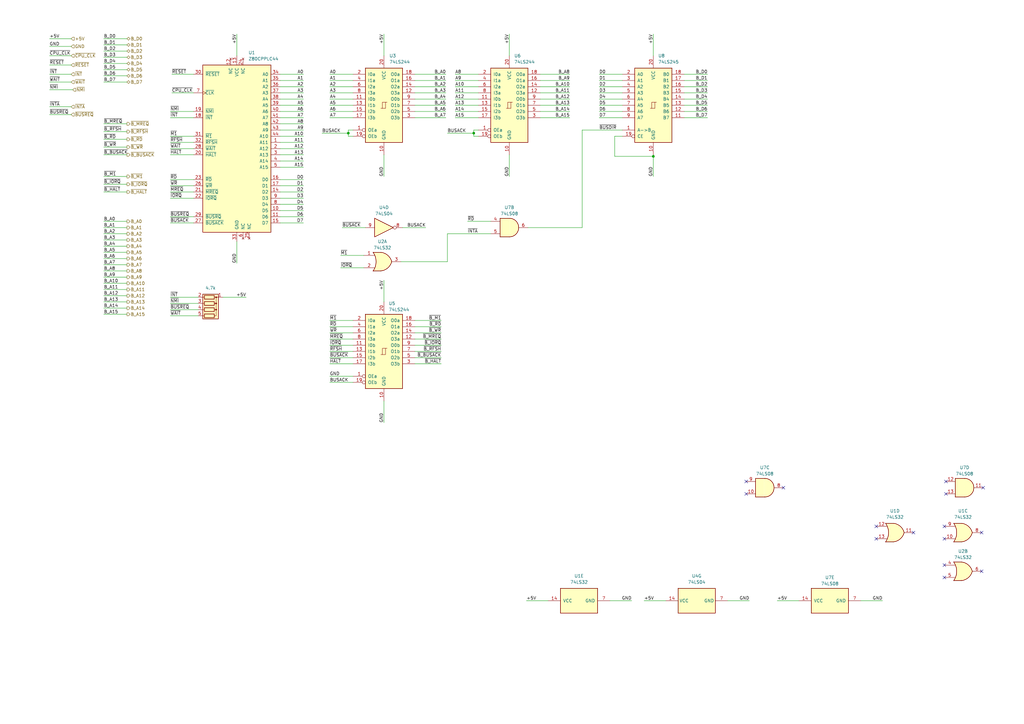
<source format=kicad_sch>
(kicad_sch (version 20230121) (generator eeschema)
  (paper "A3")
  (title_block (title "Even simpler Z80 board") (date "2023-10-28") (rev "1.4"))
  (lib_symbols
    (symbol "74xx:74LS04"
      (property "Reference" "U" (at 0 1.27 0))
      (property "Value" "74LS04" (at 0 -1.27 0))
      (symbol "74LS04_1_0"
        (polyline (pts (xy -3.81 3.81) (xy -3.81 -3.81) (xy 3.81 0) (xy -3.81 3.81)) (stroke (width 0.254)) (fill (type background)))
        (pin input line (at -7.62 0 0) (length 3.81) (name "~") (number "1"))
        (pin output inverted (at 7.62 0 180) (length 3.81) (name "~") (number "2"))
      )
      (symbol "74LS04_2_0"
        (polyline (pts (xy -3.81 3.81) (xy -3.81 -3.81) (xy 3.81 0) (xy -3.81 3.81)) (stroke (width 0.254)) (fill (type background)))
        (pin input line (at -7.62 0 0) (length 3.81) (name "~") (number "3"))
        (pin output inverted (at 7.62 0 180) (length 3.81) (name "~") (number "4"))
      )
      (symbol "74LS04_3_0"
        (polyline (pts (xy -3.81 3.81) (xy -3.81 -3.81) (xy 3.81 0) (xy -3.81 3.81)) (stroke (width 0.254)) (fill (type background)))
        (pin input line (at -7.62 0 0) (length 3.81) (name "~") (number "5"))
        (pin output inverted (at 7.62 0 180) (length 3.81) (name "~") (number "6"))
      )
      (symbol "74LS04_4_0"
        (polyline (pts (xy -3.81 3.81) (xy -3.81 -3.81) (xy 3.81 0) (xy -3.81 3.81)) (stroke (width 0.254)) (fill (type background)))
        (pin output inverted (at 7.62 0 180) (length 3.81) (name "~") (number "8"))
        (pin input line (at -7.62 0 0) (length 3.81) (name "~") (number "9"))
      )
      (symbol "74LS04_5_0"
        (polyline (pts (xy -3.81 3.81) (xy -3.81 -3.81) (xy 3.81 0) (xy -3.81 3.81)) (stroke (width 0.254)) (fill (type background)))
        (pin output inverted (at 7.62 0 180) (length 3.81) (name "~") (number "10"))
        (pin input line (at -7.62 0 0) (length 3.81) (name "~") (number "11"))
      )
      (symbol "74LS04_6_0"
        (polyline (pts (xy -3.81 3.81) (xy -3.81 -3.81) (xy 3.81 0) (xy -3.81 3.81)) (stroke (width 0.254)) (fill (type background)))
        (pin output inverted (at 7.62 0 180) (length 3.81) (name "~") (number "12"))
        (pin input line (at -7.62 0 0) (length 3.81) (name "~") (number "13"))
      )
      (symbol "74LS04_7_0"
        (pin power_in line (at 0 12.7 270) (length 5.08) (name "VCC") (number "14"))
        (pin power_in line (at 0 -12.7 90) (length 5.08) (name "GND") (number "7"))
      )
      (symbol "74LS04_7_1"
        (rectangle (start -5.08 7.62) (end 5.08 -7.62) (stroke (width 0.254)) (fill (type background)))
      )
    )
    (symbol "74xx:74LS08" (pin_names (offset 1.016))
      (property "Reference" "U" (at 0 1.27 0))
      (property "Value" "74LS08" (at 0 -1.27 0))
      (symbol "74LS08_1_1"
        (arc (start 0 -3.81) (mid 3.7934 0) (end 0 3.81) (stroke (width 0.254)) (fill (type background)))
        (polyline (pts (xy 0 3.81) (xy -3.81 3.81) (xy -3.81 -3.81) (xy 0 -3.81)) (stroke (width 0.254)) (fill (type background)))
        (pin input line (at -7.62 2.54 0) (length 3.81) (name "~") (number "1"))
        (pin input line (at -7.62 -2.54 0) (length 3.81) (name "~") (number "2"))
        (pin output line (at 7.62 0 180) (length 3.81) (name "~") (number "3"))
      )
      (symbol "74LS08_1_2"
        (arc (start -3.81 -3.81) (mid -2.589 0) (end -3.81 3.81) (stroke (width 0.254)))
        (arc (start -0.6096 -3.81) (mid 2.1842 -2.5851) (end 3.81 0) (stroke (width 0.254)) (fill (type background)))
        (polyline (pts (xy -3.81 -3.81) (xy -0.635 -3.81)) (stroke (width 0.254)) (fill (type background)))
        (polyline (pts (xy -3.81 3.81) (xy -0.635 3.81)) (stroke (width 0.254)) (fill (type background)))
        (polyline (pts (xy -0.635 3.81) (xy -3.81 3.81) (xy -3.81 3.81) (xy -3.556 3.4036) (xy -3.0226 2.2606) (xy -2.6924 1.0414) (xy -2.6162 -0.254) (xy -2.7686 -1.4986) (xy -3.175 -2.7178) (xy -3.81 -3.81) (xy -3.81 -3.81) (xy -0.635 -3.81)) (stroke (width -25.4)) (fill (type background)))
        (arc (start 3.81 0) (mid 2.1915 2.5936) (end -0.6096 3.81) (stroke (width 0.254)) (fill (type background)))
        (pin input inverted (at -7.62 2.54 0) (length 4.318) (name "~") (number "1"))
        (pin input inverted (at -7.62 -2.54 0) (length 4.318) (name "~") (number "2"))
        (pin output inverted (at 7.62 0 180) (length 3.81) (name "~") (number "3"))
      )
      (symbol "74LS08_2_1"
        (arc (start 0 -3.81) (mid 3.7934 0) (end 0 3.81) (stroke (width 0.254)) (fill (type background)))
        (polyline (pts (xy 0 3.81) (xy -3.81 3.81) (xy -3.81 -3.81) (xy 0 -3.81)) (stroke (width 0.254)) (fill (type background)))
        (pin input line (at -7.62 2.54 0) (length 3.81) (name "~") (number "4"))
        (pin input line (at -7.62 -2.54 0) (length 3.81) (name "~") (number "5"))
        (pin output line (at 7.62 0 180) (length 3.81) (name "~") (number "6"))
      )
      (symbol "74LS08_2_2"
        (arc (start -3.81 -3.81) (mid -2.589 0) (end -3.81 3.81) (stroke (width 0.254)))
        (arc (start -0.6096 -3.81) (mid 2.1842 -2.5851) (end 3.81 0) (stroke (width 0.254)) (fill (type background)))
        (polyline (pts (xy -3.81 -3.81) (xy -0.635 -3.81)) (stroke (width 0.254)) (fill (type background)))
        (polyline (pts (xy -3.81 3.81) (xy -0.635 3.81)) (stroke (width 0.254)) (fill (type background)))
        (polyline (pts (xy -0.635 3.81) (xy -3.81 3.81) (xy -3.81 3.81) (xy -3.556 3.4036) (xy -3.0226 2.2606) (xy -2.6924 1.0414) (xy -2.6162 -0.254) (xy -2.7686 -1.4986) (xy -3.175 -2.7178) (xy -3.81 -3.81) (xy -3.81 -3.81) (xy -0.635 -3.81)) (stroke (width -25.4)) (fill (type background)))
        (arc (start 3.81 0) (mid 2.1915 2.5936) (end -0.6096 3.81) (stroke (width 0.254)) (fill (type background)))
        (pin input inverted (at -7.62 2.54 0) (length 4.318) (name "~") (number "4"))
        (pin input inverted (at -7.62 -2.54 0) (length 4.318) (name "~") (number "5"))
        (pin output inverted (at 7.62 0 180) (length 3.81) (name "~") (number "6"))
      )
      (symbol "74LS08_3_1"
        (arc (start 0 -3.81) (mid 3.7934 0) (end 0 3.81) (stroke (width 0.254)) (fill (type background)))
        (polyline (pts (xy 0 3.81) (xy -3.81 3.81) (xy -3.81 -3.81) (xy 0 -3.81)) (stroke (width 0.254)) (fill (type background)))
        (pin input line (at -7.62 -2.54 0) (length 3.81) (name "~") (number "10"))
        (pin output line (at 7.62 0 180) (length 3.81) (name "~") (number "8"))
        (pin input line (at -7.62 2.54 0) (length 3.81) (name "~") (number "9"))
      )
      (symbol "74LS08_3_2"
        (arc (start -3.81 -3.81) (mid -2.589 0) (end -3.81 3.81) (stroke (width 0.254)))
        (arc (start -0.6096 -3.81) (mid 2.1842 -2.5851) (end 3.81 0) (stroke (width 0.254)) (fill (type background)))
        (polyline (pts (xy -3.81 -3.81) (xy -0.635 -3.81)) (stroke (width 0.254)) (fill (type background)))
        (polyline (pts (xy -3.81 3.81) (xy -0.635 3.81)) (stroke (width 0.254)) (fill (type background)))
        (polyline (pts (xy -0.635 3.81) (xy -3.81 3.81) (xy -3.81 3.81) (xy -3.556 3.4036) (xy -3.0226 2.2606) (xy -2.6924 1.0414) (xy -2.6162 -0.254) (xy -2.7686 -1.4986) (xy -3.175 -2.7178) (xy -3.81 -3.81) (xy -3.81 -3.81) (xy -0.635 -3.81)) (stroke (width -25.4)) (fill (type background)))
        (arc (start 3.81 0) (mid 2.1915 2.5936) (end -0.6096 3.81) (stroke (width 0.254)) (fill (type background)))
        (pin input inverted (at -7.62 -2.54 0) (length 4.318) (name "~") (number "10"))
        (pin output inverted (at 7.62 0 180) (length 3.81) (name "~") (number "8"))
        (pin input inverted (at -7.62 2.54 0) (length 4.318) (name "~") (number "9"))
      )
      (symbol "74LS08_4_1"
        (arc (start 0 -3.81) (mid 3.7934 0) (end 0 3.81) (stroke (width 0.254)) (fill (type background)))
        (polyline (pts (xy 0 3.81) (xy -3.81 3.81) (xy -3.81 -3.81) (xy 0 -3.81)) (stroke (width 0.254)) (fill (type background)))
        (pin output line (at 7.62 0 180) (length 3.81) (name "~") (number "11"))
        (pin input line (at -7.62 2.54 0) (length 3.81) (name "~") (number "12"))
        (pin input line (at -7.62 -2.54 0) (length 3.81) (name "~") (number "13"))
      )
      (symbol "74LS08_4_2"
        (arc (start -3.81 -3.81) (mid -2.589 0) (end -3.81 3.81) (stroke (width 0.254)))
        (arc (start -0.6096 -3.81) (mid 2.1842 -2.5851) (end 3.81 0) (stroke (width 0.254)) (fill (type background)))
        (polyline (pts (xy -3.81 -3.81) (xy -0.635 -3.81)) (stroke (width 0.254)) (fill (type background)))
        (polyline (pts (xy -3.81 3.81) (xy -0.635 3.81)) (stroke (width 0.254)) (fill (type background)))
        (polyline (pts (xy -0.635 3.81) (xy -3.81 3.81) (xy -3.81 3.81) (xy -3.556 3.4036) (xy -3.0226 2.2606) (xy -2.6924 1.0414) (xy -2.6162 -0.254) (xy -2.7686 -1.4986) (xy -3.175 -2.7178) (xy -3.81 -3.81) (xy -3.81 -3.81) (xy -0.635 -3.81)) (stroke (width -25.4)) (fill (type background)))
        (arc (start 3.81 0) (mid 2.1915 2.5936) (end -0.6096 3.81) (stroke (width 0.254)) (fill (type background)))
        (pin output inverted (at 7.62 0 180) (length 3.81) (name "~") (number "11"))
        (pin input inverted (at -7.62 2.54 0) (length 4.318) (name "~") (number "12"))
        (pin input inverted (at -7.62 -2.54 0) (length 4.318) (name "~") (number "13"))
      )
      (symbol "74LS08_5_0"
        (pin power_in line (at 0 12.7 270) (length 5.08) (name "VCC") (number "14"))
        (pin power_in line (at 0 -12.7 90) (length 5.08) (name "GND") (number "7"))
      )
      (symbol "74LS08_5_1"
        (rectangle (start -5.08 7.62) (end 5.08 -7.62) (stroke (width 0.254)) (fill (type background)))
      )
    )
    (symbol "74xx:74LS244" (pin_names (offset 1.016))
      (property "Reference" "U" (at -7.62 16.51 0))
      (property "Value" "74LS244" (at -7.62 -16.51 0))
      (symbol "74LS244_1_0"
        (polyline (pts (xy -0.635 -1.27) (xy -0.635 1.27) (xy 0.635 1.27)))
        (polyline (pts (xy -1.27 -1.27) (xy 0.635 -1.27) (xy 0.635 1.27) (xy 1.27 1.27)))
        (pin input inverted (at -12.7 -10.16 0) (length 5.08) (name "OEa") (number "1"))
        (pin power_in line (at 0 -20.32 90) (length 5.08) (name "GND") (number "10"))
        (pin input line (at -12.7 2.54 0) (length 5.08) (name "I0b") (number "11"))
        (pin tri_state line (at 12.7 5.08 180) (length 5.08) (name "O3a") (number "12"))
        (pin input line (at -12.7 0 0) (length 5.08) (name "I1b") (number "13"))
        (pin tri_state line (at 12.7 7.62 180) (length 5.08) (name "O2a") (number "14"))
        (pin input line (at -12.7 -2.54 0) (length 5.08) (name "I2b") (number "15"))
        (pin tri_state line (at 12.7 10.16 180) (length 5.08) (name "O1a") (number "16"))
        (pin input line (at -12.7 -5.08 0) (length 5.08) (name "I3b") (number "17"))
        (pin tri_state line (at 12.7 12.7 180) (length 5.08) (name "O0a") (number "18"))
        (pin input inverted (at -12.7 -12.7 0) (length 5.08) (name "OEb") (number "19"))
        (pin input line (at -12.7 12.7 0) (length 5.08) (name "I0a") (number "2"))
        (pin power_in line (at 0 20.32 270) (length 5.08) (name "VCC") (number "20"))
        (pin tri_state line (at 12.7 -5.08 180) (length 5.08) (name "O3b") (number "3"))
        (pin input line (at -12.7 10.16 0) (length 5.08) (name "I1a") (number "4"))
        (pin tri_state line (at 12.7 -2.54 180) (length 5.08) (name "O2b") (number "5"))
        (pin input line (at -12.7 7.62 0) (length 5.08) (name "I2a") (number "6"))
        (pin tri_state line (at 12.7 0 180) (length 5.08) (name "O1b") (number "7"))
        (pin input line (at -12.7 5.08 0) (length 5.08) (name "I3a") (number "8"))
        (pin tri_state line (at 12.7 2.54 180) (length 5.08) (name "O0b") (number "9"))
      )
      (symbol "74LS244_1_1"
        (rectangle (start -7.62 15.24) (end 7.62 -15.24) (stroke (width 0.254)) (fill (type background)))
      )
    )
    (symbol "74xx:74LS245" (pin_names (offset 1.016))
      (property "Reference" "U" (at -7.62 16.51 0))
      (property "Value" "74LS245" (at -7.62 -16.51 0))
      (symbol "74LS245_1_0"
        (polyline (pts (xy -0.635 -1.27) (xy -0.635 1.27) (xy 0.635 1.27)))
        (polyline (pts (xy -1.27 -1.27) (xy 0.635 -1.27) (xy 0.635 1.27) (xy 1.27 1.27)))
        (pin input line (at -12.7 -10.16 0) (length 5.08) (name "A->B") (number "1"))
        (pin power_in line (at 0 -20.32 90) (length 5.08) (name "GND") (number "10"))
        (pin tri_state line (at 12.7 -5.08 180) (length 5.08) (name "B7") (number "11"))
        (pin tri_state line (at 12.7 -2.54 180) (length 5.08) (name "B6") (number "12"))
        (pin tri_state line (at 12.7 0 180) (length 5.08) (name "B5") (number "13"))
        (pin tri_state line (at 12.7 2.54 180) (length 5.08) (name "B4") (number "14"))
        (pin tri_state line (at 12.7 5.08 180) (length 5.08) (name "B3") (number "15"))
        (pin tri_state line (at 12.7 7.62 180) (length 5.08) (name "B2") (number "16"))
        (pin tri_state line (at 12.7 10.16 180) (length 5.08) (name "B1") (number "17"))
        (pin tri_state line (at 12.7 12.7 180) (length 5.08) (name "B0") (number "18"))
        (pin input inverted (at -12.7 -12.7 0) (length 5.08) (name "CE") (number "19"))
        (pin tri_state line (at -12.7 12.7 0) (length 5.08) (name "A0") (number "2"))
        (pin power_in line (at 0 20.32 270) (length 5.08) (name "VCC") (number "20"))
        (pin tri_state line (at -12.7 10.16 0) (length 5.08) (name "A1") (number "3"))
        (pin tri_state line (at -12.7 7.62 0) (length 5.08) (name "A2") (number "4"))
        (pin tri_state line (at -12.7 5.08 0) (length 5.08) (name "A3") (number "5"))
        (pin tri_state line (at -12.7 2.54 0) (length 5.08) (name "A4") (number "6"))
        (pin tri_state line (at -12.7 0 0) (length 5.08) (name "A5") (number "7"))
        (pin tri_state line (at -12.7 -2.54 0) (length 5.08) (name "A6") (number "8"))
        (pin tri_state line (at -12.7 -5.08 0) (length 5.08) (name "A7") (number "9"))
      )
      (symbol "74LS245_1_1"
        (rectangle (start -7.62 15.24) (end 7.62 -15.24) (stroke (width 0.254)) (fill (type background)))
      )
    )
    (symbol "74xx:74LS32" (pin_names (offset 1.016))
      (property "Reference" "U" (at 0 1.27 0))
      (property "Value" "74LS32" (at 0 -1.27 0))
      (symbol "74LS32_1_1"
        (arc (start -3.81 -3.81) (mid -2.589 0) (end -3.81 3.81) (stroke (width 0.254)))
        (arc (start -0.6096 -3.81) (mid 2.1842 -2.5851) (end 3.81 0) (stroke (width 0.254)) (fill (type background)))
        (polyline (pts (xy -3.81 -3.81) (xy -0.635 -3.81)) (stroke (width 0.254)) (fill (type background)))
        (polyline (pts (xy -3.81 3.81) (xy -0.635 3.81)) (stroke (width 0.254)) (fill (type background)))
        (polyline (pts (xy -0.635 3.81) (xy -3.81 3.81) (xy -3.81 3.81) (xy -3.556 3.4036) (xy -3.0226 2.2606) (xy -2.6924 1.0414) (xy -2.6162 -0.254) (xy -2.7686 -1.4986) (xy -3.175 -2.7178) (xy -3.81 -3.81) (xy -3.81 -3.81) (xy -0.635 -3.81)) (stroke (width -25.4)) (fill (type background)))
        (arc (start 3.81 0) (mid 2.1915 2.5936) (end -0.6096 3.81) (stroke (width 0.254)) (fill (type background)))
        (pin input line (at -7.62 2.54 0) (length 4.318) (name "~") (number "1"))
        (pin input line (at -7.62 -2.54 0) (length 4.318) (name "~") (number "2"))
        (pin output line (at 7.62 0 180) (length 3.81) (name "~") (number "3"))
      )
      (symbol "74LS32_1_2"
        (arc (start 0 -3.81) (mid 3.7934 0) (end 0 3.81) (stroke (width 0.254)) (fill (type background)))
        (polyline (pts (xy 0 3.81) (xy -3.81 3.81) (xy -3.81 -3.81) (xy 0 -3.81)) (stroke (width 0.254)) (fill (type background)))
        (pin input inverted (at -7.62 2.54 0) (length 3.81) (name "~") (number "1"))
        (pin input inverted (at -7.62 -2.54 0) (length 3.81) (name "~") (number "2"))
        (pin output inverted (at 7.62 0 180) (length 3.81) (name "~") (number "3"))
      )
      (symbol "74LS32_2_1"
        (arc (start -3.81 -3.81) (mid -2.589 0) (end -3.81 3.81) (stroke (width 0.254)))
        (arc (start -0.6096 -3.81) (mid 2.1842 -2.5851) (end 3.81 0) (stroke (width 0.254)) (fill (type background)))
        (polyline (pts (xy -3.81 -3.81) (xy -0.635 -3.81)) (stroke (width 0.254)) (fill (type background)))
        (polyline (pts (xy -3.81 3.81) (xy -0.635 3.81)) (stroke (width 0.254)) (fill (type background)))
        (polyline (pts (xy -0.635 3.81) (xy -3.81 3.81) (xy -3.81 3.81) (xy -3.556 3.4036) (xy -3.0226 2.2606) (xy -2.6924 1.0414) (xy -2.6162 -0.254) (xy -2.7686 -1.4986) (xy -3.175 -2.7178) (xy -3.81 -3.81) (xy -3.81 -3.81) (xy -0.635 -3.81)) (stroke (width -25.4)) (fill (type background)))
        (arc (start 3.81 0) (mid 2.1915 2.5936) (end -0.6096 3.81) (stroke (width 0.254)) (fill (type background)))
        (pin input line (at -7.62 2.54 0) (length 4.318) (name "~") (number "4"))
        (pin input line (at -7.62 -2.54 0) (length 4.318) (name "~") (number "5"))
        (pin output line (at 7.62 0 180) (length 3.81) (name "~") (number "6"))
      )
      (symbol "74LS32_2_2"
        (arc (start 0 -3.81) (mid 3.7934 0) (end 0 3.81) (stroke (width 0.254)) (fill (type background)))
        (polyline (pts (xy 0 3.81) (xy -3.81 3.81) (xy -3.81 -3.81) (xy 0 -3.81)) (stroke (width 0.254)) (fill (type background)))
        (pin input inverted (at -7.62 2.54 0) (length 3.81) (name "~") (number "4"))
        (pin input inverted (at -7.62 -2.54 0) (length 3.81) (name "~") (number "5"))
        (pin output inverted (at 7.62 0 180) (length 3.81) (name "~") (number "6"))
      )
      (symbol "74LS32_3_1"
        (arc (start -3.81 -3.81) (mid -2.589 0) (end -3.81 3.81) (stroke (width 0.254)))
        (arc (start -0.6096 -3.81) (mid 2.1842 -2.5851) (end 3.81 0) (stroke (width 0.254)) (fill (type background)))
        (polyline (pts (xy -3.81 -3.81) (xy -0.635 -3.81)) (stroke (width 0.254)) (fill (type background)))
        (polyline (pts (xy -3.81 3.81) (xy -0.635 3.81)) (stroke (width 0.254)) (fill (type background)))
        (polyline (pts (xy -0.635 3.81) (xy -3.81 3.81) (xy -3.81 3.81) (xy -3.556 3.4036) (xy -3.0226 2.2606) (xy -2.6924 1.0414) (xy -2.6162 -0.254) (xy -2.7686 -1.4986) (xy -3.175 -2.7178) (xy -3.81 -3.81) (xy -3.81 -3.81) (xy -0.635 -3.81)) (stroke (width -25.4)) (fill (type background)))
        (arc (start 3.81 0) (mid 2.1915 2.5936) (end -0.6096 3.81) (stroke (width 0.254)) (fill (type background)))
        (pin input line (at -7.62 -2.54 0) (length 4.318) (name "~") (number "10"))
        (pin output line (at 7.62 0 180) (length 3.81) (name "~") (number "8"))
        (pin input line (at -7.62 2.54 0) (length 4.318) (name "~") (number "9"))
      )
      (symbol "74LS32_3_2"
        (arc (start 0 -3.81) (mid 3.7934 0) (end 0 3.81) (stroke (width 0.254)) (fill (type background)))
        (polyline (pts (xy 0 3.81) (xy -3.81 3.81) (xy -3.81 -3.81) (xy 0 -3.81)) (stroke (width 0.254)) (fill (type background)))
        (pin input inverted (at -7.62 -2.54 0) (length 3.81) (name "~") (number "10"))
        (pin output inverted (at 7.62 0 180) (length 3.81) (name "~") (number "8"))
        (pin input inverted (at -7.62 2.54 0) (length 3.81) (name "~") (number "9"))
      )
      (symbol "74LS32_4_1"
        (arc (start -3.81 -3.81) (mid -2.589 0) (end -3.81 3.81) (stroke (width 0.254)))
        (arc (start -0.6096 -3.81) (mid 2.1842 -2.5851) (end 3.81 0) (stroke (width 0.254)) (fill (type background)))
        (polyline (pts (xy -3.81 -3.81) (xy -0.635 -3.81)) (stroke (width 0.254)) (fill (type background)))
        (polyline (pts (xy -3.81 3.81) (xy -0.635 3.81)) (stroke (width 0.254)) (fill (type background)))
        (polyline (pts (xy -0.635 3.81) (xy -3.81 3.81) (xy -3.81 3.81) (xy -3.556 3.4036) (xy -3.0226 2.2606) (xy -2.6924 1.0414) (xy -2.6162 -0.254) (xy -2.7686 -1.4986) (xy -3.175 -2.7178) (xy -3.81 -3.81) (xy -3.81 -3.81) (xy -0.635 -3.81)) (stroke (width -25.4)) (fill (type background)))
        (arc (start 3.81 0) (mid 2.1915 2.5936) (end -0.6096 3.81) (stroke (width 0.254)) (fill (type background)))
        (pin output line (at 7.62 0 180) (length 3.81) (name "~") (number "11"))
        (pin input line (at -7.62 2.54 0) (length 4.318) (name "~") (number "12"))
        (pin input line (at -7.62 -2.54 0) (length 4.318) (name "~") (number "13"))
      )
      (symbol "74LS32_4_2"
        (arc (start 0 -3.81) (mid 3.7934 0) (end 0 3.81) (stroke (width 0.254)) (fill (type background)))
        (polyline (pts (xy 0 3.81) (xy -3.81 3.81) (xy -3.81 -3.81) (xy 0 -3.81)) (stroke (width 0.254)) (fill (type background)))
        (pin output inverted (at 7.62 0 180) (length 3.81) (name "~") (number "11"))
        (pin input inverted (at -7.62 2.54 0) (length 3.81) (name "~") (number "12"))
        (pin input inverted (at -7.62 -2.54 0) (length 3.81) (name "~") (number "13"))
      )
      (symbol "74LS32_5_0"
        (pin power_in line (at 0 12.7 270) (length 5.08) (name "VCC") (number "14"))
        (pin power_in line (at 0 -12.7 90) (length 5.08) (name "GND") (number "7"))
      )
      (symbol "74LS32_5_1"
        (rectangle (start -5.08 7.62) (end 5.08 -7.62) (stroke (width 0.254)) (fill (type background)))
      )
    )
    (symbol "Device:R_Network04" (pin_names (offset 0) hide)
      (property "Reference" "RN" (at -7.62 0 90))
      (property "Value" "R_Network04" (at 5.08 0 90))
      (symbol "R_Network04_0_1"
        (rectangle (start -6.35 -3.175) (end 3.81 3.175) (stroke (width 0.254)) (fill (type background)))
        (rectangle (start -5.842 1.524) (end -4.318 -2.54) (stroke (width 0.254)))
        (circle (center -5.08 2.286) (radius 0.254) (fill (type outline)))
        (rectangle (start -3.302 1.524) (end -1.778 -2.54) (stroke (width 0.254)))
        (circle (center -2.54 2.286) (radius 0.254) (fill (type outline)))
        (rectangle (start -0.762 1.524) (end 0.762 -2.54) (stroke (width 0.254)))
        (polyline (pts (xy -5.08 -2.54) (xy -5.08 -3.81)))
        (polyline (pts (xy -2.54 -2.54) (xy -2.54 -3.81)))
        (polyline (pts (xy 0 -2.54) (xy 0 -3.81)))
        (polyline (pts (xy 2.54 -2.54) (xy 2.54 -3.81)))
        (polyline (pts (xy -5.08 1.524) (xy -5.08 2.286) (xy -2.54 2.286) (xy -2.54 1.524)))
        (polyline (pts (xy -2.54 1.524) (xy -2.54 2.286) (xy 0 2.286) (xy 0 1.524)))
        (polyline (pts (xy 0 1.524) (xy 0 2.286) (xy 2.54 2.286) (xy 2.54 1.524)))
        (circle (center 0 2.286) (radius 0.254) (fill (type outline)))
        (rectangle (start 1.778 1.524) (end 3.302 -2.54) (stroke (width 0.254)))
      )
      (symbol "R_Network04_1_1"
        (pin passive line (at -5.08 5.08 270) (length 2.54) (name "common") (number "1"))
        (pin passive line (at -5.08 -5.08 90) (length 1.27) (name "R1") (number "2"))
        (pin passive line (at -2.54 -5.08 90) (length 1.27) (name "R2") (number "3"))
        (pin passive line (at 0 -5.08 90) (length 1.27) (name "R3") (number "4"))
        (pin passive line (at 2.54 -5.08 90) (length 1.27) (name "R4") (number "5"))
      )
    )
    (symbol "ownlib:Z80CPU_PLC44" (pin_names (offset 1.016))
      (property "Reference" "U" (at -13.97 35.56 0))
      (property "Value" "Z80CPU_PLC44" (at 6.35 35.56 0))
      (symbol "Z80CPU_PLC44_0_0"
        (pin no_connect line (at -2.54 36.83 270) (length 2.54) (name "NC") (number "12"))
        (pin no_connect line (at 2.54 36.83 270) (length 2.54) (name "NC") (number "24"))
        (pin no_connect line (at 5.08 -36.83 90) (length 2.54) (name "NC") (number "25"))
        (pin no_connect line (at 2.54 -36.83 90) (length 2.54) (name "NC") (number "6"))
      )
      (symbol "Z80CPU_PLC44_0_1"
        (rectangle (start -13.97 34.29) (end 13.97 -34.29) (stroke (width 0.254)) (fill (type background)))
      )
      (symbol "Z80CPU_PLC44_1_1"
        (pin output line (at 17.78 2.54 180) (length 3.81) (name "A11") (number "1"))
        (pin bidirectional line (at 17.78 -25.4 180) (length 3.81) (name "D5") (number "10"))
        (pin bidirectional line (at 17.78 -27.94 180) (length 3.81) (name "D6") (number "11"))
        (pin power_in line (at 0 38.1 270) (length 3.81) (name "VCC") (number "13"))
        (pin bidirectional line (at 17.78 -17.78 180) (length 3.81) (name "D2") (number "14"))
        (pin bidirectional line (at 17.78 -30.48 180) (length 3.81) (name "D7") (number "15"))
        (pin bidirectional line (at 17.78 -12.7 180) (length 3.81) (name "D0") (number "16"))
        (pin bidirectional line (at 17.78 -15.24 180) (length 3.81) (name "D1") (number "17"))
        (pin input line (at -17.78 12.7 0) (length 3.81) (name "~{INT}") (number "18"))
        (pin input line (at -17.78 15.24 0) (length 3.81) (name "~{NMI}") (number "19"))
        (pin output line (at 17.78 0 180) (length 3.81) (name "A12") (number "2"))
        (pin output line (at -17.78 -2.54 0) (length 3.81) (name "~{HALT}") (number "20"))
        (pin output line (at -17.78 -17.78 0) (length 3.81) (name "~{MREQ}") (number "21"))
        (pin output line (at -17.78 -20.32 0) (length 3.81) (name "~{IORQ}") (number "22"))
        (pin output line (at -17.78 -12.7 0) (length 3.81) (name "~{RD}") (number "23"))
        (pin output line (at -17.78 -15.24 0) (length 3.81) (name "~{WR}") (number "26"))
        (pin output line (at -17.78 -30.48 0) (length 3.81) (name "~{BUSACK}") (number "27"))
        (pin input line (at -17.78 0 0) (length 3.81) (name "~{WAIT}") (number "28"))
        (pin input line (at -17.78 -27.94 0) (length 3.81) (name "~{BUSRQ}") (number "29"))
        (pin output line (at 17.78 -2.54 180) (length 3.81) (name "A13") (number "3"))
        (pin input line (at -17.78 30.48 0) (length 3.81) (name "~{RESET}") (number "30"))
        (pin output line (at -17.78 5.08 0) (length 3.81) (name "~{M1}") (number "31"))
        (pin output line (at -17.78 2.54 0) (length 3.81) (name "~{RFSH}") (number "32"))
        (pin power_in line (at 0 -38.1 90) (length 3.81) (name "GND") (number "33"))
        (pin output line (at 17.78 30.48 180) (length 3.81) (name "A0") (number "34"))
        (pin output line (at 17.78 27.94 180) (length 3.81) (name "A1") (number "35"))
        (pin output line (at 17.78 25.4 180) (length 3.81) (name "A2") (number "36"))
        (pin output line (at 17.78 22.86 180) (length 3.81) (name "A3") (number "37"))
        (pin output line (at 17.78 20.32 180) (length 3.81) (name "A4") (number "38"))
        (pin output line (at 17.78 17.78 180) (length 3.81) (name "A5") (number "39"))
        (pin output line (at 17.78 -5.08 180) (length 3.81) (name "A14") (number "4"))
        (pin output line (at 17.78 15.24 180) (length 3.81) (name "A6") (number "40"))
        (pin output line (at 17.78 12.7 180) (length 3.81) (name "A7") (number "41"))
        (pin output line (at 17.78 10.16 180) (length 3.81) (name "A8") (number "42"))
        (pin output line (at 17.78 7.62 180) (length 3.81) (name "A9") (number "43"))
        (pin output line (at 17.78 5.08 180) (length 3.81) (name "A10") (number "44"))
        (pin output line (at 17.78 -7.62 180) (length 3.81) (name "A15") (number "5"))
        (pin input clock (at -17.78 22.86 0) (length 3.81) (name "~{CLK}") (number "7"))
        (pin bidirectional line (at 17.78 -22.86 180) (length 3.81) (name "D4") (number "8"))
        (pin bidirectional line (at 17.78 -20.32 180) (length 3.81) (name "D3") (number "9"))
      )
    )
  )
  (junction (at 267.97 64.135))
  (junction (at 194.31 54.61))
  (junction (at 142.875 54.61))
  (no_connect (at 387.35 236.855))
  (no_connect (at 359.41 215.9))
  (no_connect (at 402.59 218.44))
  (no_connect (at 359.41 220.98))
  (no_connect (at 387.35 231.775))
  (no_connect (at 374.65 218.44))
  (no_connect (at 321.31 200.025))
  (no_connect (at 387.35 220.98))
  (no_connect (at 387.985 197.485))
  (no_connect (at 306.07 197.485))
  (no_connect (at 402.59 234.315))
  (no_connect (at 387.35 215.9))
  (no_connect (at 403.225 200.025))
  (no_connect (at 306.07 202.565))
  (no_connect (at 387.985 202.565))
  (wire (pts (xy 135.255 133.985) (xy 144.78 133.985)))
  (wire (pts (xy 259.08 246.38) (xy 250.19 246.38)))
  (wire (pts (xy 157.48 13.97) (xy 157.48 22.86)))
  (wire (pts (xy 52.07 15.875) (xy 42.545 15.875)))
  (wire (pts (xy 144.78 55.88) (xy 142.875 55.88)))
  (wire (pts (xy 52.07 20.955) (xy 42.545 20.955)))
  (wire (pts (xy 144.78 33.02) (xy 135.255 33.02)))
  (wire (pts (xy 114.935 40.64) (xy 124.46 40.64)))
  (wire (pts (xy 238.76 53.34) (xy 255.27 53.34)))
  (wire (pts (xy 114.935 68.58) (xy 124.46 68.58)))
  (wire (pts (xy 142.875 53.34) (xy 142.875 54.61)))
  (wire (pts (xy 52.07 98.425) (xy 42.545 98.425)))
  (wire (pts (xy 69.85 55.88) (xy 79.375 55.88)))
  (wire (pts (xy 29.21 46.99) (xy 20.32 46.99)))
  (wire (pts (xy 164.465 107.315) (xy 183.515 107.315)))
  (wire (pts (xy 280.67 43.18) (xy 290.195 43.18)))
  (wire (pts (xy 183.515 107.315) (xy 183.515 95.885)))
  (wire (pts (xy 196.215 33.02) (xy 186.69 33.02)))
  (wire (pts (xy 100.965 121.92) (xy 91.44 121.92)))
  (wire (pts (xy 180.975 149.225) (xy 170.18 149.225)))
  (wire (pts (xy 114.935 88.9) (xy 124.46 88.9)))
  (wire (pts (xy 135.255 139.065) (xy 144.78 139.065)))
  (wire (pts (xy 255.27 33.02) (xy 245.745 33.02)))
  (wire (pts (xy 52.07 18.415) (xy 42.545 18.415)))
  (wire (pts (xy 97.155 107.95) (xy 97.155 99.06)))
  (wire (pts (xy 255.27 35.56) (xy 245.745 35.56)))
  (wire (pts (xy 114.935 33.02) (xy 124.46 33.02)))
  (wire (pts (xy 52.07 106.045) (xy 42.545 106.045)))
  (wire (pts (xy 144.78 30.48) (xy 135.255 30.48)))
  (wire (pts (xy 42.545 78.74) (xy 52.07 78.74)))
  (wire (pts (xy 20.32 36.83) (xy 29.845 36.83)))
  (wire (pts (xy 42.545 63.5) (xy 52.07 63.5)))
  (wire (pts (xy 216.535 93.345) (xy 238.76 93.345)))
  (wire (pts (xy 114.935 43.18) (xy 124.46 43.18)))
  (wire (pts (xy 69.85 91.44) (xy 79.375 91.44)))
  (wire (pts (xy 180.975 146.685) (xy 170.18 146.685)))
  (wire (pts (xy 52.07 108.585) (xy 42.545 108.585)))
  (wire (pts (xy 114.935 53.34) (xy 124.46 53.34)))
  (wire (pts (xy 139.7 104.775) (xy 149.225 104.775)))
  (wire (pts (xy 183.515 54.61) (xy 194.31 54.61)))
  (wire (pts (xy 114.935 86.36) (xy 124.46 86.36)))
  (wire (pts (xy 233.68 43.18) (xy 221.615 43.18)))
  (wire (pts (xy 233.68 45.72) (xy 221.615 45.72)))
  (wire (pts (xy 255.27 48.26) (xy 245.745 48.26)))
  (wire (pts (xy 114.935 48.26) (xy 124.46 48.26)))
  (wire (pts (xy 196.215 55.88) (xy 194.31 55.88)))
  (wire (pts (xy 252.095 55.88) (xy 255.27 55.88)))
  (wire (pts (xy 182.88 33.02) (xy 170.18 33.02)))
  (wire (pts (xy 52.07 31.115) (xy 42.545 31.115)))
  (wire (pts (xy 114.935 38.1) (xy 124.46 38.1)))
  (wire (pts (xy 114.935 63.5) (xy 124.46 63.5)))
  (wire (pts (xy 52.07 93.345) (xy 42.545 93.345)))
  (wire (pts (xy 157.48 173.355) (xy 157.48 164.465)))
  (wire (pts (xy 20.32 26.67) (xy 29.21 26.67)))
  (wire (pts (xy 307.34 246.38) (xy 298.45 246.38)))
  (wire (pts (xy 69.85 81.28) (xy 79.375 81.28)))
  (wire (pts (xy 70.485 30.48) (xy 79.375 30.48)))
  (wire (pts (xy 114.935 30.48) (xy 124.46 30.48)))
  (wire (pts (xy 196.215 38.1) (xy 186.69 38.1)))
  (wire (pts (xy 135.255 154.305) (xy 144.78 154.305)))
  (wire (pts (xy 233.68 40.64) (xy 221.615 40.64)))
  (wire (pts (xy 52.07 33.655) (xy 42.545 33.655)))
  (wire (pts (xy 29.21 30.48) (xy 20.32 30.48)))
  (wire (pts (xy 233.68 48.26) (xy 221.615 48.26)))
  (wire (pts (xy 280.67 38.1) (xy 290.195 38.1)))
  (wire (pts (xy 182.88 48.26) (xy 170.18 48.26)))
  (wire (pts (xy 114.935 73.66) (xy 124.46 73.66)))
  (wire (pts (xy 182.88 38.1) (xy 170.18 38.1)))
  (wire (pts (xy 157.48 72.39) (xy 157.48 63.5)))
  (wire (pts (xy 52.07 90.805) (xy 42.545 90.805)))
  (wire (pts (xy 233.68 38.1) (xy 221.615 38.1)))
  (wire (pts (xy 180.975 131.445) (xy 170.18 131.445)))
  (wire (pts (xy 114.935 83.82) (xy 124.46 83.82)))
  (wire (pts (xy 267.97 13.97) (xy 267.97 22.86)))
  (wire (pts (xy 114.935 60.96) (xy 124.46 60.96)))
  (wire (pts (xy 182.88 45.72) (xy 170.18 45.72)))
  (wire (pts (xy 255.27 40.64) (xy 245.745 40.64)))
  (wire (pts (xy 52.07 95.885) (xy 42.545 95.885)))
  (wire (pts (xy 280.67 48.26) (xy 290.195 48.26)))
  (wire (pts (xy 196.215 35.56) (xy 186.69 35.56)))
  (wire (pts (xy 180.975 141.605) (xy 170.18 141.605)))
  (wire (pts (xy 180.975 139.065) (xy 170.18 139.065)))
  (wire (pts (xy 114.935 78.74) (xy 124.46 78.74)))
  (wire (pts (xy 52.07 23.495) (xy 42.545 23.495)))
  (wire (pts (xy 69.85 124.46) (xy 81.28 124.46)))
  (wire (pts (xy 135.255 144.145) (xy 144.78 144.145)))
  (wire (pts (xy 183.515 95.885) (xy 201.295 95.885)))
  (wire (pts (xy 69.85 121.92) (xy 81.28 121.92)))
  (wire (pts (xy 255.27 45.72) (xy 245.745 45.72)))
  (wire (pts (xy 196.215 53.34) (xy 194.31 53.34)))
  (wire (pts (xy 233.68 30.48) (xy 221.615 30.48)))
  (wire (pts (xy 52.07 103.505) (xy 42.545 103.505)))
  (wire (pts (xy 52.07 100.965) (xy 42.545 100.965)))
  (wire (pts (xy 255.27 30.48) (xy 245.745 30.48)))
  (wire (pts (xy 69.85 88.9) (xy 79.375 88.9)))
  (wire (pts (xy 194.31 55.88) (xy 194.31 54.61)))
  (wire (pts (xy 114.935 91.44) (xy 124.46 91.44)))
  (wire (pts (xy 144.78 53.34) (xy 142.875 53.34)))
  (wire (pts (xy 52.07 116.205) (xy 42.545 116.205)))
  (wire (pts (xy 361.95 246.38) (xy 353.06 246.38)))
  (wire (pts (xy 233.68 35.56) (xy 221.615 35.56)))
  (wire (pts (xy 139.7 109.855) (xy 149.225 109.855)))
  (wire (pts (xy 182.88 30.48) (xy 170.18 30.48)))
  (wire (pts (xy 142.875 55.88) (xy 142.875 54.61)))
  (wire (pts (xy 196.215 40.64) (xy 186.69 40.64)))
  (wire (pts (xy 144.78 45.72) (xy 135.255 45.72)))
  (wire (pts (xy 69.85 129.54) (xy 81.28 129.54)))
  (wire (pts (xy 208.915 72.39) (xy 208.915 63.5)))
  (wire (pts (xy 196.215 43.18) (xy 186.69 43.18)))
  (wire (pts (xy 29.21 33.655) (xy 20.32 33.655)))
  (wire (pts (xy 42.545 57.15) (xy 52.07 57.15)))
  (wire (pts (xy 42.545 72.39) (xy 52.07 72.39)))
  (wire (pts (xy 52.07 128.905) (xy 42.545 128.905)))
  (wire (pts (xy 52.07 126.365) (xy 42.545 126.365)))
  (wire (pts (xy 114.935 58.42) (xy 124.46 58.42)))
  (wire (pts (xy 52.07 113.665) (xy 42.545 113.665)))
  (wire (pts (xy 135.255 136.525) (xy 144.78 136.525)))
  (wire (pts (xy 69.85 45.72) (xy 79.375 45.72)))
  (wire (pts (xy 196.215 48.26) (xy 186.69 48.26)))
  (wire (pts (xy 114.935 45.72) (xy 124.46 45.72)))
  (wire (pts (xy 280.67 40.64) (xy 290.195 40.64)))
  (wire (pts (xy 267.97 64.135) (xy 267.97 63.5)))
  (wire (pts (xy 114.935 35.56) (xy 124.46 35.56)))
  (wire (pts (xy 135.255 156.845) (xy 144.78 156.845)))
  (wire (pts (xy 280.67 35.56) (xy 290.195 35.56)))
  (wire (pts (xy 255.27 38.1) (xy 245.745 38.1)))
  (wire (pts (xy 52.07 28.575) (xy 42.545 28.575)))
  (wire (pts (xy 52.07 26.035) (xy 42.545 26.035)))
  (wire (pts (xy 97.155 13.97) (xy 97.155 22.86)))
  (wire (pts (xy 208.915 13.97) (xy 208.915 22.86)))
  (wire (pts (xy 194.31 53.34) (xy 194.31 54.61)))
  (wire (pts (xy 318.77 246.38) (xy 327.66 246.38)))
  (wire (pts (xy 144.78 38.1) (xy 135.255 38.1)))
  (wire (pts (xy 52.07 123.825) (xy 42.545 123.825)))
  (wire (pts (xy 233.68 33.02) (xy 221.615 33.02)))
  (wire (pts (xy 267.97 64.135) (xy 252.095 64.135)))
  (wire (pts (xy 196.215 45.72) (xy 186.69 45.72)))
  (wire (pts (xy 135.255 141.605) (xy 144.78 141.605)))
  (wire (pts (xy 114.935 76.2) (xy 124.46 76.2)))
  (wire (pts (xy 69.85 78.74) (xy 79.375 78.74)))
  (wire (pts (xy 280.67 33.02) (xy 290.195 33.02)))
  (wire (pts (xy 280.67 45.72) (xy 290.195 45.72)))
  (wire (pts (xy 144.78 43.18) (xy 135.255 43.18)))
  (wire (pts (xy 182.88 40.64) (xy 170.18 40.64)))
  (wire (pts (xy 264.16 246.38) (xy 273.05 246.38)))
  (wire (pts (xy 69.85 76.2) (xy 79.375 76.2)))
  (wire (pts (xy 280.67 30.48) (xy 290.195 30.48)))
  (wire (pts (xy 140.335 93.345) (xy 149.86 93.345)))
  (wire (pts (xy 144.78 35.56) (xy 135.255 35.56)))
  (wire (pts (xy 52.07 111.125) (xy 42.545 111.125)))
  (wire (pts (xy 70.485 38.1) (xy 79.375 38.1)))
  (wire (pts (xy 135.255 146.685) (xy 144.78 146.685)))
  (wire (pts (xy 69.85 127) (xy 81.28 127)))
  (wire (pts (xy 182.88 35.56) (xy 170.18 35.56)))
  (wire (pts (xy 69.85 58.42) (xy 79.375 58.42)))
  (wire (pts (xy 20.32 15.875) (xy 29.21 15.875)))
  (wire (pts (xy 255.27 43.18) (xy 245.745 43.18)))
  (wire (pts (xy 144.78 48.26) (xy 135.255 48.26)))
  (wire (pts (xy 267.97 72.39) (xy 267.97 64.135)))
  (wire (pts (xy 29.21 43.815) (xy 20.32 43.815)))
  (wire (pts (xy 135.255 131.445) (xy 144.78 131.445)))
  (wire (pts (xy 114.935 50.8) (xy 124.46 50.8)))
  (wire (pts (xy 42.545 75.565) (xy 52.07 75.565)))
  (wire (pts (xy 52.07 121.285) (xy 42.545 121.285)))
  (wire (pts (xy 69.85 60.96) (xy 79.375 60.96)))
  (wire (pts (xy 42.545 50.8) (xy 52.07 50.8)))
  (wire (pts (xy 52.07 118.745) (xy 42.545 118.745)))
  (wire (pts (xy 42.545 53.975) (xy 52.07 53.975)))
  (wire (pts (xy 114.935 55.88) (xy 124.46 55.88)))
  (wire (pts (xy 215.9 246.38) (xy 224.79 246.38)))
  (wire (pts (xy 132.08 54.61) (xy 142.875 54.61)))
  (wire (pts (xy 144.78 40.64) (xy 135.255 40.64)))
  (wire (pts (xy 114.935 81.28) (xy 124.46 81.28)))
  (wire (pts (xy 252.095 64.135) (xy 252.095 55.88)))
  (wire (pts (xy 180.975 133.985) (xy 170.18 133.985)))
  (wire (pts (xy 20.32 22.86) (xy 29.21 22.86)))
  (wire (pts (xy 180.975 144.145) (xy 170.18 144.145)))
  (wire (pts (xy 69.85 63.5) (xy 79.375 63.5)))
  (wire (pts (xy 69.85 73.66) (xy 79.375 73.66)))
  (wire (pts (xy 79.375 48.26) (xy 69.85 48.26)))
  (wire (pts (xy 157.48 114.935) (xy 157.48 123.825)))
  (wire (pts (xy 135.255 149.225) (xy 144.78 149.225)))
  (wire (pts (xy 196.215 30.48) (xy 186.69 30.48)))
  (wire (pts (xy 182.88 43.18) (xy 170.18 43.18)))
  (wire (pts (xy 20.32 19.05) (xy 29.21 19.05)))
  (wire (pts (xy 191.77 90.805) (xy 201.295 90.805)))
  (wire (pts (xy 238.76 93.345) (xy 238.76 53.34)))
  (wire (pts (xy 180.975 136.525) (xy 170.18 136.525)))
  (wire (pts (xy 42.545 60.325) (xy 52.07 60.325)))
  (wire (pts (xy 174.625 93.345) (xy 165.1 93.345)))
  (wire (pts (xy 114.935 66.04) (xy 124.46 66.04)))
  (label "B_D4" (at 42.545 26.035 0))
  (label "B_D3" (at 42.545 23.495 0))
  (label "~{INTA}" (at 20.32 43.815 0))
  (label "A7" (at 135.255 48.26 0))
  (label "A5" (at 124.46 43.18 180))
  (label "A3" (at 124.46 38.1 180))
  (label "+5V" (at 267.97 13.97 270))
  (label "D1" (at 245.745 33.02 0))
  (label "D7" (at 245.745 48.26 0))
  (label "GND" (at 157.48 72.39 90))
  (label "GND" (at 208.915 72.39 90))
  (label "D4" (at 124.46 83.82 180))
  (label "B_A5" (at 182.88 43.18 180))
  (label "A11" (at 124.46 58.42 180))
  (label "B_A4" (at 182.88 40.64 180))
  (label "~{MREQ}" (at 69.85 78.74 0))
  (label "B_A13" (at 42.545 123.825 0))
  (label "BUSACK" (at 174.625 93.345 180))
  (label "A9" (at 124.46 53.34 180))
  (label "A4" (at 124.46 40.64 180))
  (label "B_A11" (at 233.68 38.1 180))
  (label "~{B_WR}" (at 180.975 136.525 180))
  (label "A6" (at 135.255 45.72 0))
  (label "B_A14" (at 42.545 126.365 0))
  (label "B_D6" (at 290.195 45.72 180))
  (label "+5V" (at 208.915 13.97 270))
  (label "GND" (at 307.34 246.38 180))
  (label "GND" (at 157.48 173.355 90))
  (label "A14" (at 186.69 45.72 0))
  (label "B_A3" (at 42.545 98.425 0))
  (label "A10" (at 186.69 35.56 0))
  (label "A3" (at 135.255 38.1 0))
  (label "D1" (at 124.46 76.2 180))
  (label "~{B_MREQ}" (at 180.975 139.065 180))
  (label "B_A0" (at 42.545 90.805 0))
  (label "A15" (at 186.69 48.26 0))
  (label "+5V" (at 318.77 246.38 0))
  (label "~{INT}" (at 69.85 48.26 0))
  (label "~{RFSH}" (at 69.85 58.42 0))
  (label "~{HALT}" (at 69.85 63.5 0))
  (label "~{MREQ}" (at 135.255 139.065 0))
  (label "D7" (at 124.46 91.44 180))
  (label "~{RD}" (at 135.255 133.985 0))
  (label "+5V" (at 97.155 13.97 270))
  (label "A15" (at 124.46 68.58 180))
  (label "~{INT}" (at 69.85 121.92 0))
  (label "A10" (at 124.46 55.88 180))
  (label "A9" (at 186.69 33.02 0))
  (label "B_A2" (at 182.88 35.56 180))
  (label "D0" (at 245.745 30.48 0))
  (label "~{RD}" (at 191.77 90.805 0))
  (label "B_A7" (at 182.88 48.26 180))
  (label "~{BUSACK}" (at 69.85 91.44 0))
  (label "~{BUSACK}" (at 135.255 146.685 0))
  (label "~{B_MREQ}" (at 42.545 50.8 0))
  (label "B_D7" (at 42.545 33.655 0))
  (label "~{NMI}" (at 20.32 36.83 0))
  (label "~{BUSREQ}" (at 69.85 88.9 0))
  (label "B_A8" (at 233.68 30.48 180))
  (label "A1" (at 135.255 33.02 0))
  (label "D5" (at 124.46 86.36 180))
  (label "D5" (at 245.745 43.18 0))
  (label "~{BUSDIR}" (at 245.745 53.34 0))
  (label "GND" (at 267.97 72.39 90))
  (label "+5V" (at 157.48 114.935 270))
  (label "+5V" (at 215.9 246.38 0))
  (label "A0" (at 135.255 30.48 0))
  (label "GND" (at 259.08 246.38 180))
  (label "D2" (at 124.46 78.74 180))
  (label "B_D1" (at 290.195 33.02 180))
  (label "GND" (at 20.32 19.05 0))
  (label "B_A13" (at 233.68 43.18 180))
  (label "~{RD}" (at 69.85 73.66 0))
  (label "A11" (at 186.69 38.1 0))
  (label "A14" (at 124.46 66.04 180))
  (label "~{IORQ}" (at 135.255 141.605 0))
  (label "B_A7" (at 42.545 108.585 0))
  (label "B_D2" (at 42.545 20.955 0))
  (label "B_D1" (at 42.545 18.415 0))
  (label "B_A0" (at 182.88 30.48 180))
  (label "~{IORQ}" (at 69.85 81.28 0))
  (label "~{B_HALT}" (at 180.975 149.225 180))
  (label "~{M1}" (at 135.255 131.445 0))
  (label "D2" (at 245.745 35.56 0))
  (label "BUSACK" (at 135.255 156.845 0))
  (label "B_D0" (at 42.545 15.875 0))
  (label "A5" (at 135.255 43.18 0))
  (label "~{BUSREQ}" (at 20.32 46.99 0))
  (label "+5V" (at 157.48 13.97 270))
  (label "~{RESET}" (at 70.485 30.48 0))
  (label "~{B_IORQ}" (at 180.975 141.605 180))
  (label "~{RFSH}" (at 135.255 144.145 0))
  (label "B_A15" (at 233.68 48.26 180))
  (label "B_A1" (at 182.88 33.02 180))
  (label "B_D3" (at 290.195 38.1 180))
  (label "B_A8" (at 42.545 111.125 0))
  (label "D3" (at 245.745 38.1 0))
  (label "B_D5" (at 42.545 28.575 0))
  (label "~{RESET}" (at 20.32 26.67 0))
  (label "A2" (at 124.46 35.56 180))
  (label "B_A6" (at 42.545 106.045 0))
  (label "~{B_BUSACK}" (at 42.545 63.5 0))
  (label "~{B_M1}" (at 42.545 72.39 0))
  (label "B_A4" (at 42.545 100.965 0))
  (label "B_D4" (at 290.195 40.64 180))
  (label "~{B_WR}" (at 42.545 60.325 0))
  (label "A0" (at 124.46 30.48 180))
  (label "B_A6" (at 182.88 45.72 180))
  (label "~{WAIT}" (at 69.85 129.54 0))
  (label "B_A1" (at 42.545 93.345 0))
  (label "B_A15" (at 42.545 128.905 0))
  (label "A13" (at 186.69 43.18 0))
  (label "~{HALT}" (at 135.255 149.225 0))
  (label "~{NMI}" (at 69.85 124.46 0))
  (label "A4" (at 135.255 40.64 0))
  (label "B_D5" (at 290.195 43.18 180))
  (label "B_A9" (at 42.545 113.665 0))
  (label "~{CPU_CLK}" (at 20.32 22.86 0))
  (label "D4" (at 245.745 40.64 0))
  (label "A6" (at 124.46 45.72 180))
  (label "+5V" (at 264.16 246.38 0))
  (label "~{B_RFSH}" (at 180.975 144.145 180))
  (label "~{NMI}" (at 69.85 45.72 0))
  (label "D6" (at 124.46 88.9 180))
  (label "B_D0" (at 290.195 30.48 180))
  (label "GND" (at 361.95 246.38 180))
  (label "~{B_IORQ}" (at 42.545 75.565 0))
  (label "B_A12" (at 42.545 121.285 0))
  (label "~{B_M1}" (at 180.975 131.445 180))
  (label "A13" (at 124.46 63.5 180))
  (label "BUSACK" (at 132.08 54.61 0))
  (label "+5V" (at 20.32 15.875 0))
  (label "D0" (at 124.46 73.66 180))
  (label "~{WR}" (at 69.85 76.2 0))
  (label "B_A9" (at 233.68 33.02 180))
  (label "~{WAIT}" (at 69.85 60.96 0))
  (label "~{B_BUSACK}" (at 180.975 146.685 180))
  (label "~{CPU_CLK}" (at 70.485 38.1 0))
  (label "B_A3" (at 182.88 38.1 180))
  (label "A8" (at 124.46 50.8 180))
  (label "GND" (at 135.255 154.305 0))
  (label "B_A10" (at 42.545 116.205 0))
  (label "A2" (at 135.255 35.56 0))
  (label "B_A12" (at 233.68 40.64 180))
  (label "~{M1}" (at 69.85 55.88 0))
  (label "B_A2" (at 42.545 95.885 0))
  (label "BUSACK" (at 183.515 54.61 0))
  (label "~{BUSREQ}" (at 69.85 127 0))
  (label "+5V" (at 100.965 121.92 180))
  (label "A12" (at 186.69 40.64 0))
  (label "~{INTA}" (at 191.77 95.885 0))
  (label "B_A10" (at 233.68 35.56 180))
  (label "A7" (at 124.46 48.26 180))
  (label "~{BUSACK}" (at 140.335 93.345 0))
  (label "~{IORQ}" (at 139.7 109.855 0))
  (label "~{B_RD}" (at 180.975 133.985 180))
  (label "B_D7" (at 290.195 48.26 180))
  (label "A1" (at 124.46 33.02 180))
  (label "GND" (at 97.155 107.95 90))
  (label "B_A14" (at 233.68 45.72 180))
  (label "A12" (at 124.46 60.96 180))
  (label "B_A11" (at 42.545 118.745 0))
  (label "A8" (at 186.69 30.48 0))
  (label "B_D6" (at 42.545 31.115 0))
  (label "D3" (at 124.46 81.28 180))
  (label "~{B_HALT}" (at 42.545 78.74 0))
  (label "B_A5" (at 42.545 103.505 0))
  (label "~{WR}" (at 135.255 136.525 0))
  (label "~{B_RFSH}" (at 42.545 53.975 0))
  (label "D6" (at 245.745 45.72 0))
  (label "~{WAIT}" (at 20.32 33.655 0))
  (label "~{B_RD}" (at 42.545 57.15 0))
  (label "~{INT}" (at 20.32 30.48 0))
  (label "~{M1}" (at 139.7 104.775 0))
  (label "B_D2" (at 290.195 35.56 180))
  (hierarchical_label "B_A0" (shape output) (at 52.07 90.805 0))
  (hierarchical_label "~{B_M1}" (shape output) (at 52.07 72.39 0))
  (hierarchical_label "B_A1" (shape output) (at 52.07 93.345 0))
  (hierarchical_label "B_A13" (shape output) (at 52.07 123.825 0))
  (hierarchical_label "B_D6" (shape tri_state) (at 52.07 31.115 0))
  (hierarchical_label "~{RESET}" (shape input) (at 29.21 26.67 0))
  (hierarchical_label "B_A4" (shape output) (at 52.07 100.965 0))
  (hierarchical_label "GND" (shape input) (at 29.21 19.05 0))
  (hierarchical_label "B_D7" (shape tri_state) (at 52.07 33.655 0))
  (hierarchical_label "B_A9" (shape output) (at 52.07 113.665 0))
  (hierarchical_label "~{B_HALT}" (shape output) (at 52.07 78.74 0))
  (hierarchical_label "B_A7" (shape output) (at 52.07 108.585 0))
  (hierarchical_label "B_A2" (shape output) (at 52.07 95.885 0))
  (hierarchical_label "B_A3" (shape output) (at 52.07 98.425 0))
  (hierarchical_label "B_A5" (shape output) (at 52.07 103.505 0))
  (hierarchical_label "B_D1" (shape tri_state) (at 52.07 18.415 0))
  (hierarchical_label "~{INT}" (shape input) (at 29.21 30.48 0))
  (hierarchical_label "B_A12" (shape output) (at 52.07 121.285 0))
  (hierarchical_label "~{B_IORQ}" (shape output) (at 52.07 75.565 0))
  (hierarchical_label "B_A8" (shape output) (at 52.07 111.125 0))
  (hierarchical_label "~{B_BUSACK}" (shape output) (at 52.07 63.5 0))
  (hierarchical_label "B_A15" (shape output) (at 52.07 128.905 0))
  (hierarchical_label "B_D5" (shape tri_state) (at 52.07 28.575 0))
  (hierarchical_label "B_D4" (shape tri_state) (at 52.07 26.035 0))
  (hierarchical_label "~{INTA}" (shape input) (at 29.21 43.815 0))
  (hierarchical_label "B_D3" (shape tri_state) (at 52.07 23.495 0))
  (hierarchical_label "~{WAIT}" (shape input) (at 29.21 33.655 0))
  (hierarchical_label "B_D0" (shape tri_state) (at 52.07 15.875 0))
  (hierarchical_label "B_A11" (shape output) (at 52.07 118.745 0))
  (hierarchical_label "B_A10" (shape output) (at 52.07 116.205 0))
  (hierarchical_label "~{B_RFSH}" (shape output) (at 52.07 53.975 0))
  (hierarchical_label "+5V" (shape input) (at 29.21 15.875 0))
  (hierarchical_label "~{CPU_CLK}" (shape input) (at 29.21 22.86 0))
  (hierarchical_label "~{NMI}" (shape input) (at 29.845 36.83 0))
  (hierarchical_label "~{B_WR}" (shape output) (at 52.07 60.325 0))
  (hierarchical_label "B_A14" (shape output) (at 52.07 126.365 0))
  (hierarchical_label "B_A6" (shape output) (at 52.07 106.045 0))
  (hierarchical_label "B_D2" (shape tri_state) (at 52.07 20.955 0))
  (hierarchical_label "~{B_MREQ}" (shape output) (at 52.07 50.8 0))
  (hierarchical_label "~{BUSREQ}" (shape input) (at 29.21 46.99 0))
  (hierarchical_label "~{B_RD}" (shape output) (at 52.07 57.15 0))
  (symbol (lib_id "74xx:74LS04") (at 157.48 93.345 0) (unit 4)
    (property "Reference" "U4" (at 157.48 85.09 0))
    (property "Value" "74LS04" (at 157.48 87.63 0))
    (property "Datasheet" "http://www.ti.com/lit/gpn/sn74LS04" (effects hide))
  )
  (symbol (lib_id "74xx:74LS32") (at 394.97 218.44 0) (unit 3)
    (property "Reference" "U1" (at 394.97 209.55 0))
    (property "Value" "74LS32" (at 394.97 212.09 0))
    (property "Footprint" "Package_DIP:DIP-14_W7.62mm_Socket" (effects hide))
    (property "Datasheet" "http://www.ti.com/lit/gpn/sn74LS32" (effects hide))
    (instances (project "even_simpler_z80" (path "" (reference "U1") (unit 3)) (path "" (reference "U2") (unit 3))))
  )
  (symbol (lib_id "74xx:74LS32") (at 394.97 234.315 0) (unit 2)
    (property "Reference" "U2" (at 394.97 226.06 0))
    (property "Value" "74LS32" (at 394.97 228.6 0))
    (property "Footprint" "Package_DIP:DIP-14_W7.62mm_Socket" (effects hide))
    (property "Datasheet" "http://www.ti.com/lit/gpn/sn74LS32" (effects hide))
  )
  (symbol (lib_id "74xx:74LS08") (at 340.36 246.38 90) (unit 5)
    (property "Reference" "U7" (at 340.36 236.855 90))
    (property "Value" "74LS08" (at 340.36 239.395 90))
    (property "Footprint" "Package_DIP:DIP-14_W7.62mm_Socket" (effects hide))
    (property "Datasheet" "http://www.ti.com/lit/gpn/sn74LS08" (effects hide))
  )
  (symbol (lib_id "74xx:74LS08") (at 313.69 200.025 0) (unit 3)
    (property "Reference" "U7" (at 313.6817 191.77 0))
    (property "Value" "74LS08" (at 313.6817 194.31 0))
    (property "Datasheet" "http://www.ti.com/lit/gpn/sn74LS08" (effects hide))
  )
  (symbol (lib_id "74xx:74LS32") (at 237.49 246.38 90) (unit 5)
    (property "Reference" "U1" (at 237.49 236.22 90))
    (property "Value" "74LS32" (at 237.49 238.76 90))
    (property "Footprint" "Package_DIP:DIP-14_W7.62mm_Socket" (effects hide))
    (property "Datasheet" "http://www.ti.com/lit/gpn/sn74LS32" (effects hide))
    (instances (project "even_simpler_z80" (path "" (reference "U1") (unit 5)) (path "" (reference "U2") (unit 5))))
  )
  (symbol (lib_id "74xx:74LS32") (at 156.845 107.315 0) (unit 1)
    (property "Reference" "U2" (at 156.845 99.06 0))
    (property "Value" "74LS32" (at 156.845 101.6 0))
    (property "Footprint" "Package_DIP:DIP-14_W7.62mm_Socket" (effects hide))
    (property "Datasheet" "http://www.ti.com/lit/gpn/sn74LS32" (effects hide))
  )
  (symbol (lib_id "74xx:74LS244") (at 208.915 43.18 0) (unit 1)
    (property "Reference" "U6" (at 210.8709 22.86 0) (effects (justify left)))
    (property "Value" "74LS244" (at 210.8709 25.4 0) (effects (justify left)))
    (property "Footprint" "Package_DIP:DIP-20_W7.62mm_Socket" (effects hide))
    (property "Datasheet" "http://www.ti.com/lit/ds/symlink/sn74ls244.pdf" (effects hide))
  )
  (symbol (lib_id "74xx:74LS244") (at 157.48 43.18 0) (unit 1)
    (property "Reference" "U3" (at 159.6741 22.86 0) (effects (justify left)))
    (property "Value" "74LS244" (at 159.6741 25.4 0) (effects (justify left)))
    (property "Footprint" "Package_DIP:DIP-20_W7.62mm_Socket" (effects hide))
    (property "Datasheet" "http://www.ti.com/lit/ds/symlink/sn74ls244.pdf" (effects hide))
  )
  (symbol (lib_id "Device:R_Network04") (at 86.36 127 270) (unit 1)
    (property "Reference" "RN5" (effects hide))
    (property "Value" "4.7k" (at 86.36 118.11 90))
    (property "Footprint" "Resistor_THT:R_Array_SIP5" (effects hide))
    (property "Datasheet" "http://www.vishay.com/docs/31509/csc.pdf" (effects hide))
  )
  (symbol (lib_id "ownlib:Z80CPU_PLC44") (at 97.155 60.96 0) (unit 1)
    (property "Reference" "U1" (at 101.8891 21.59 0) (effects (justify left)))
    (property "Value" "Z80CPPLC44" (at 101.8891 24.13 0) (effects (justify left)))
    (property "Footprint" "Package_LCC:PLCC-44_THT-Socket" (effects hide))
    (property "Datasheet" "www.zilog.com/manage_directlink.php?filepath=docs/z80/um0080" (effects hide))
  )
  (symbol (lib_id "74xx:74LS08") (at 208.915 93.345 0) (unit 2)
    (property "Reference" "U7" (at 208.9067 85.09 0))
    (property "Value" "74LS08" (at 208.9067 87.63 0))
    (property "Datasheet" "http://www.ti.com/lit/gpn/sn74LS08" (effects hide))
  )
  (symbol (lib_id "74xx:74LS32") (at 367.03 218.44 0) (unit 4)
    (property "Reference" "U1" (at 367.03 209.55 0))
    (property "Value" "74LS32" (at 367.03 212.09 0))
    (property "Footprint" "Package_DIP:DIP-14_W7.62mm_Socket" (effects hide))
    (property "Datasheet" "http://www.ti.com/lit/gpn/sn74LS32" (effects hide))
    (instances (project "even_simpler_z80" (path "" (reference "U1") (unit 4)) (path "" (reference "U2") (unit 4))))
  )
  (symbol (lib_id "74xx:74LS04") (at 285.75 246.38 90) (unit 7)
    (property "Reference" "U4" (at 285.75 236.22 90))
    (property "Value" "74LS04" (at 285.75 238.76 90))
    (property "Footprint" "Package_DIP:DIP-14_W7.62mm_Socket" (effects hide))
    (property "Datasheet" "http://www.ti.com/lit/gpn/sn74LS04" (effects hide))
  )
  (symbol (lib_id "74xx:74LS244") (at 157.48 144.145 0) (unit 1)
    (property "Reference" "U5" (at 159.385 124.46 0) (effects (justify left)))
    (property "Value" "74LS244" (at 159.385 127 0) (effects (justify left)))
    (property "Footprint" "Package_DIP:DIP-20_W7.62mm_Socket" (effects hide))
    (property "Datasheet" "http://www.ti.com/lit/ds/symlink/sn74ls244.pdf" (effects hide))
  )
  (symbol (lib_id "74xx:74LS08") (at 395.605 200.025 0) (unit 4)
    (property "Reference" "U7" (at 395.5967 191.77 0))
    (property "Value" "74LS08" (at 395.5967 194.31 0))
    (property "Footprint" "Package_DIP:DIP-14_W7.62mm_Socket" (effects hide))
    (property "Datasheet" "http://www.ti.com/lit/gpn/sn74LS08" (effects hide))
  )
  (symbol (lib_id "74xx:74LS245") (at 267.97 43.18 0) (unit 1)
    (property "Reference" "U8" (at 269.9259 22.86 0) (effects (justify left)))
    (property "Value" "74LS245" (at 269.9259 25.4 0) (effects (justify left)))
    (property "Footprint" "Package_DIP:DIP-20_W7.62mm_Socket" (effects hide))
    (property "Datasheet" "http://www.ti.com/lit/gpn/sn74LS245" (effects hide))
  )
)
</source>
